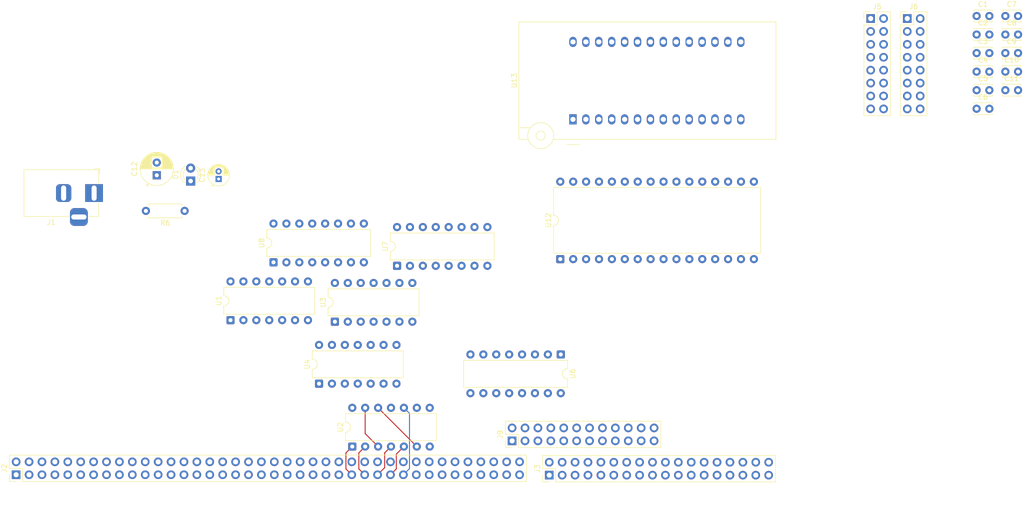
<source format=kicad_pcb>
(kicad_pcb (version 20241229) (generator "pcbnew") (generator_version "9.0")
  (layers (0 "F.Cu" signal) (2 "B.Cu" signal) (13 "F.Paste" user) (15 "B.Paste" user) (5 "F.SilkS" user "F.Silkscreen") (7 "B.SilkS" user "B.Silkscreen") (1 "F.Mask" user) (3 "B.Mask" user) (25 "Edge.Cuts" user))
  (net 0 "")
  (net 1 "VCC")
  (net 2 "GND")
  (net 3 "Net-(D1-A)")
  (net 5 "/~{WAI}")
  (net 6 "/~{VP}")
  (net 7 "/A17")
  (net 8 "/~{RD}")
  (net 9 "/~{IRQ}")
  (net 10 "/BE")
  (net 11 "/A18")
  (net 12 "/~{BANK0}")
  (net 13 "/SYNC")
  (net 14 "/RDY_IN")
  (net 15 "/A12")
  (net 16 "/A19")
  (net 17 "/CLK")
  (net 18 "/R~{W}")
  (net 19 "/A22")
  (net 20 "/~{NMI}")
  (net 21 "/A21")
  (net 22 "/A15")
  (net 23 "/X")
  (net 24 "/A20")
  (net 25 "/A10")
  (net 26 "/A16")
  (net 27 "/VA")
  (net 28 "/~{RST}")
  (net 29 "/RST")
  (net 30 "/~{ABORT}")
  (net 31 "/M")
  (net 32 "/A23")
  (net 33 "/~{CLK_EN}")
  (net 34 "/~{CLK}")
  (net 35 "/~{ML}")
  (net 36 "/~{WR}")
  (net 37 "/~{MR}⎒")
  (net 38 "/CLK_SRC")
  (net 39 "/A13")
  (net 40 "/E")
  (net 41 "/A14")
  (net 42 "/A11")
  (net 43 "/D7")
  (net 44 "/D3")
  (net 45 "/A4")
  (net 46 "/A5")
  (net 47 "/A1")
  (net 48 "/A8")
  (net 49 "/A3")
  (net 50 "/D5")
  (net 51 "/A6")
  (net 52 "/A9")
  (net 53 "/D0")
  (net 54 "/D1")
  (net 55 "/A0")
  (net 56 "/A2")
  (net 57 "/A7")
  (net 58 "/D2")
  (net 59 "/D4")
  (net 60 "/D6")
  (net 61 "~{0xCO}")
  (net 62 "~{0x00}")
  (net 63 "~{0x20}")
  (net 64 "~{PAGE1}")
  (net 65 "~{0x80}")
  (net 66 "~{BANK0_LO}")
  (net 67 "~{0x40}")
  (net 68 "~{MEG0_LO}")
  (net 69 "/AA4")
  (net 70 "~{0x60}")
  (net 71 "MEG0_LO")
  (net 72 "~{BANK0_HI}")
  (net 73 "~{ROM_OE}")
  (net 74 "~{0xE0}")
  (net 75 "~{0xA0}")
  (net 76 "/AA1")
  (net 77 "Net-(U1-Pad4)")
  (net 78 "Net-(U1-Pad10)")
  (net 79 "Net-(U1-Pad6)")
  (net 80 "/AA3")
  (net 81 "Net-(U1-Pad8)")
  (net 82 "/AA2")
  (net 83 "Net-(U2-Pad12)")
  (net 84 "Net-(U3-Pad12)")
  (net 85 "Net-(U12-OE#)")
  (net 94 "Net-(U6-O0)")
  (net 103 "Net-(U8-E1)")
  (net 106 "Net-(J9-Pin_17)")
  (net 111 "Net-(U2-Pad13)")
  (net 112 "Net-(U2-Pad11)")
  (footprint "Capacitor_THT:C_Disc_D3.4mm_W2.1mm_P2.50mm" (layer "F.Cu") (at 251.66 54.25)
    (property "Reference" "C5")
    (property "Value" "100nF")
  )
  (footprint "Capacitor_THT:C_Disc_D3.4mm_W2.1mm_P2.50mm" (layer "F.Cu") (at 251.66 46.95)
    (property "Reference" "C3")
    (property "Value" "100nF")
  )
  (footprint "Package_DIP:DIP-16_W7.62mm" (layer "F.Cu") (at 113.3 88.12 90)
    (property "Reference" "U8")
    (property "Value" "74LS138")
  )
  (footprint "Connector_PinHeader_2.54mm:PinHeader_2x18_P2.54mm_Vertical" (layer "F.Cu") (at 167.56 130 90)
    (property "Reference" "J3")
    (property "Value" "Conn_02x18_Odd_Even")
  )
  (footprint "Connector_PinHeader_2.54mm:PinHeader_2x08_P2.54mm_Vertical" (layer "F.Cu") (at 230.81 40.15)
    (property "Reference" "J5")
    (property "Value" "I/O ~{CS}")
  )
  (footprint "Connector_BarrelJack:BarrelJack_Horizontal" (layer "F.Cu") (at 78 74.5)
    (property "Reference" "J1")
    (property "Value" "Barrel_Jack_Switch")
  )
  (footprint "Socket:DIP_Socket-28_W11.9_W12.7_W15.24_W17.78_W18.5_3M_228-1277-00-0602J" (layer "F.Cu") (at 172.23 59.99 90)
    (property "Reference" "U13")
    (property "Value" "AT28C256-15PC")
  )
  (footprint "Capacitor_THT:C_Disc_D3.4mm_W2.1mm_P2.50mm" (layer "F.Cu") (at 257.31 43.3)
    (property "Reference" "C8")
    (property "Value" "100nF")
  )
  (footprint "Capacitor_THT:C_Disc_D3.4mm_W2.1mm_P2.50mm" (layer "F.Cu") (at 251.66 57.9)
    (property "Reference" "C6")
    (property "Value" "100nF")
  )
  (footprint "Capacitor_THT:C_Disc_D3.4mm_W2.1mm_P2.50mm" (layer "F.Cu") (at 257.31 54.25)
    (property "Reference" "C11")
    (property "Value" "100nF")
  )
  (footprint "Capacitor_THT:C_Disc_D3.4mm_W2.1mm_P2.50mm" (layer "F.Cu") (at 251.66 43.3)
    (property "Reference" "C2")
    (property "Value" "100nF")
  )
  (footprint "Connector_PinHeader_2.54mm:PinHeader_2x08_P2.54mm_Vertical" (layer "F.Cu") (at 238.01 40.15)
    (property "Reference" "J6")
    (property "Value" "ADDR")
  )
  (footprint "LED_THT:LED_D3.0mm" (layer "F.Cu") (at 96.99 72.127401 90)
    (property "Reference" "D1")
    (property "Value" "POWER")
  )
  (footprint "Package_DIP:DIP-14_W7.62mm" (layer "F.Cu") (at 125.38 99.805 90)
    (property "Reference" "U3")
    (property "Value" "74LS32")
  )
  (footprint "Capacitor_THT:C_Disc_D3.4mm_W2.1mm_P2.50mm" (layer "F.Cu") (at 257.31 46.95)
    (property "Reference" "C9")
    (property "Value" "100nF")
  )
  (footprint "Capacitor_THT:C_Disc_D3.4mm_W2.1mm_P2.50mm" (layer "F.Cu") (at 257.31 39.65)
    (property "Reference" "C7")
    (property "Value" "100nF")
  )
  (footprint "Package_DIP:DIP-16_W7.62mm" (layer "F.Cu") (at 137.61 88.805 90)
    (property "Reference" "U7")
    (property "Value" "74LS138")
  )
  (footprint "Capacitor_THT:CP_Radial_D4.0mm_P1.50mm" (layer "F.Cu") (at 102.5 71.7226 90)
    (property "Reference" "C13")
    (property "Value" "10u")
  )
  (footprint "Package_DIP:DIP-14_W7.62mm" (layer "F.Cu") (at 122.26 112 90)
    (property "Reference" "U4")
    (property "Value" "74LS08")
  )
  (footprint "Connector_PinHeader_2.54mm:PinHeader_2x40_P2.54mm_Vertical" (layer "F.Cu") (at 62.66 129.92 90)
    (property "Reference" "J2")
    (property "Value" "Conn_02x40_Odd_Even")
  )
  (footprint "Resistor_THT:R_Axial_DIN0207_L6.3mm_D2.5mm_P7.62mm_Horizontal" (layer "F.Cu") (at 95.81 78 180)
    (property "Reference" "R6")
    (property "Value" "1k")
  )
  (footprint "Package_DIP:DIP-16_W7.62mm" (layer "F.Cu") (at 169.83 106.25 -90)
    (property "Reference" "U6")
    (property "Value" "74LS138")
  )
  (footprint "Capacitor_THT:C_Disc_D3.4mm_W2.1mm_P2.50mm" (layer "F.Cu") (at 251.66 50.6)
    (property "Reference" "C4")
    (property "Value" "100nF")
  )
  (footprint "Package_DIP:DIP-14_W7.62mm" (layer "F.Cu") (at 104.84 99.5 90)
    (property "Reference" "U1")
    (property "Value" "74LS04")
  )
  (footprint "Capacitor_THT:C_Disc_D3.4mm_W2.1mm_P2.50mm" (layer "F.Cu") (at 251.66 39.65)
    (property "Reference" "C1")
    (property "Value" "100nF")
  )
  (footprint "Package_DIP:DIP-32_W15.24mm" (layer "F.Cu") (at 169.73 87.49 90)
    (property "Reference" "U12")
    (property "Value" "AS6C4008-55PCN")
  )
  (footprint "Package_DIP:DIP-14_W7.62mm" (layer "F.Cu") (at 128.8 124.37 90)
    (property "Reference" "U2")
    (property "Value" "74LS32")
  )
  (footprint "Connector_PinHeader_2.54mm:PinHeader_2x12_P2.54mm_Vertical" (layer "F.Cu") (at 160.25 123.25 90)
    (property "Reference" "J9")
    (property "Value" "Vector Rewrite")
  )
  (footprint "Capacitor_THT:CP_Radial_D6.3mm_P2.50mm" (layer "F.Cu") (at 90.33 70.99216 90)
    (property "Reference" "C12")
    (property "Value" "220u")
  )
  (footprint "Capacitor_THT:C_Disc_D3.4mm_W2.1mm_P2.50mm" (layer "F.Cu") (at 257.31 50.6)
    (property "Reference" "C10")
    (property "Value" "100nF")
  )
  (segment (start 140.061 117.851) (end 138.96 116.75) (width 0.2) (layer "B.Cu") (net 16))
  (segment (start 138.86 129.92) (end 140.061 128.719) (width 0.2) (layer "B.Cu") (net 16))
  (segment (start 140.061 128.719) (end 140.061 117.851) (width 0.2) (layer "B.Cu") (net 16))
  (segment (start 131.24 129.92) (end 130.089 128.769) (width 0.2) (layer "F.Cu") (net 19))
  (segment (start 130.089 128.769) (end 130.089 125.621) (width 0.2) (layer "F.Cu") (net 19))
  (segment (start 130.089 125.621) (end 131.34 124.37) (width 0.2) (layer "F.Cu") (net 19))
  (segment (start 135.169 128.531) (end 133.78 129.92) (width 0.2) (layer "F.Cu") (net 21))
  (segment (start 135.169 125.621) (end 135.169 128.531) (width 0.2) (layer "F.Cu") (net 21))
  (segment (start 136.42 124.37) (end 135.169 125.621) (width 0.2) (layer "F.Cu") (net 21))
  (segment (start 138.96 124.37) (end 137.471 125.859) (width 0.2) (layer "F.Cu") (net 24))
  (segment (start 137.471 128.769) (end 136.32 129.92) (width 0.2) (layer "F.Cu") (net 24))
  (segment (start 137.471 125.859) (end 137.471 128.769) (width 0.2) (layer "F.Cu") (net 24))
  (segment (start 128.7 129.92) (end 127.549 128.769) (width 0.2) (layer "F.Cu") (net 32))
  (segment (start 127.549 125.621) (end 128.8 124.37) (width 0.2) (layer "F.Cu") (net 32))
  (segment (start 127.549 128.769) (end 127.549 125.621) (width 0.2) (layer "F.Cu") (net 32))
  (segment (start 133.88 116.75) (end 141.5 124.37) (width 0.2) (layer "F.Cu") (net 83))
  (segment (start 131.34 116.75) (end 131.34 121.83) (width 0.2) (layer "F.Cu") (net 111))
  (segment (start 131.34 121.83) (end 133.88 124.37) (width 0.2) (layer "F.Cu") (net 111))
)
</source>
